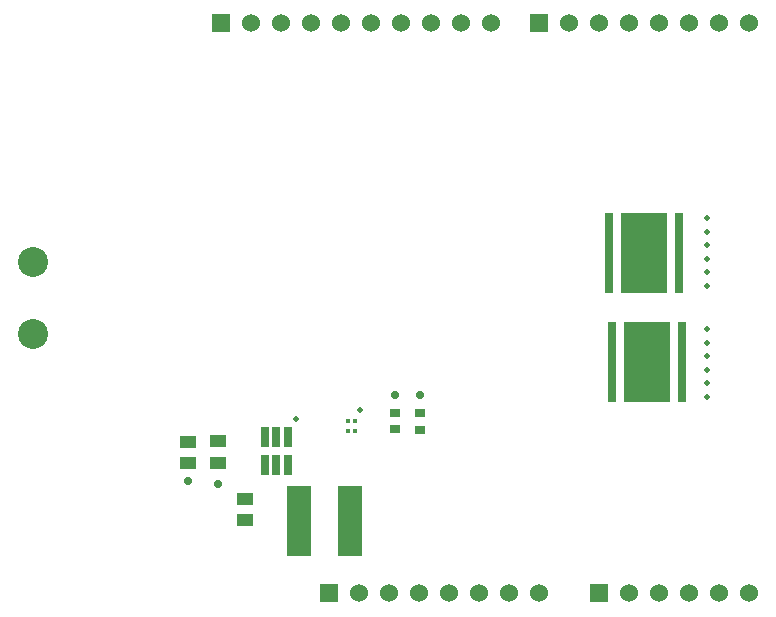
<source format=gts>
G04*
G04 #@! TF.GenerationSoftware,Altium Limited,Altium Designer,22.10.1 (41)*
G04*
G04 Layer_Color=8388736*
%FSLAX44Y44*%
%MOMM*%
G71*
G04*
G04 #@! TF.SameCoordinates,1ED68049-6446-41C4-8790-5122A1232E00*
G04*
G04*
G04 #@! TF.FilePolarity,Negative*
G04*
G01*
G75*
%ADD13R,2.0000X6.0000*%
%ADD15R,3.9000X6.7600*%
%ADD16R,0.7000X6.7600*%
%ADD17R,1.4478X1.1176*%
%ADD18R,0.9652X0.6604*%
%ADD19R,0.3556X0.3302*%
%ADD20R,0.6604X1.6764*%
%ADD21C,1.5240*%
%ADD22R,1.5240X1.5240*%
%ADD23C,2.5400*%
%ADD24C,0.5080*%
%ADD25C,0.7112*%
D13*
X297000Y86360D02*
D03*
X254000D02*
D03*
D15*
X546100Y313309D02*
D03*
X548640Y220980D02*
D03*
D16*
X576100Y313309D02*
D03*
X516100D02*
D03*
X578640Y220980D02*
D03*
X518640D02*
D03*
D17*
X160020Y135763D02*
D03*
Y153797D02*
D03*
X208280Y105537D02*
D03*
Y87503D02*
D03*
X185420Y135890D02*
D03*
Y153924D02*
D03*
D18*
X356870Y177800D02*
D03*
Y163830D02*
D03*
X335280Y178435D02*
D03*
Y164465D02*
D03*
D19*
X301371Y171450D02*
D03*
X295529D02*
D03*
Y162560D02*
D03*
X301371D02*
D03*
D20*
X244450Y134366D02*
D03*
X234950D02*
D03*
X225450D02*
D03*
Y157734D02*
D03*
X234950D02*
D03*
X244450D02*
D03*
D21*
X213360Y508000D02*
D03*
X238760D02*
D03*
X264160D02*
D03*
X289560D02*
D03*
X391160D02*
D03*
X416560D02*
D03*
X340360D02*
D03*
X365760D02*
D03*
X314960D02*
D03*
X482600D02*
D03*
X508000D02*
D03*
X533400D02*
D03*
X558800D02*
D03*
X609600D02*
D03*
X635000D02*
D03*
X584200D02*
D03*
X635000Y25400D02*
D03*
X609600D02*
D03*
X584200D02*
D03*
X558800D02*
D03*
X533400D02*
D03*
X304800D02*
D03*
X330200D02*
D03*
X355600D02*
D03*
X381000D02*
D03*
X431800D02*
D03*
X457200D02*
D03*
X406400D02*
D03*
D22*
X187960Y508000D02*
D03*
X457200D02*
D03*
X508000Y25400D02*
D03*
X279400D02*
D03*
D23*
X29210Y245110D02*
D03*
Y306070D02*
D03*
D24*
X251460Y172720D02*
D03*
X306070Y180340D02*
D03*
X599440Y237490D02*
D03*
Y226060D02*
D03*
Y214630D02*
D03*
Y191770D02*
D03*
Y203200D02*
D03*
Y248920D02*
D03*
Y285750D02*
D03*
Y297180D02*
D03*
Y308610D02*
D03*
Y320040D02*
D03*
Y331470D02*
D03*
Y342900D02*
D03*
D25*
X356870Y193040D02*
D03*
X335280D02*
D03*
X185420Y118110D02*
D03*
X160020Y120650D02*
D03*
M02*

</source>
